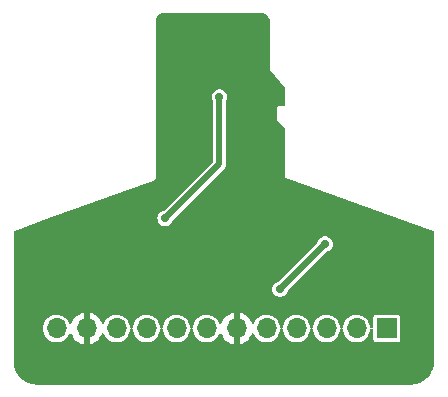
<source format=gbr>
%TF.GenerationSoftware,KiCad,Pcbnew,7.0.7*%
%TF.CreationDate,2023-10-03T14:25:23+02:00*%
%TF.ProjectId,emmc-adapter,656d6d63-2d61-4646-9170-7465722e6b69,rev?*%
%TF.SameCoordinates,Original*%
%TF.FileFunction,Copper,L1,Top*%
%TF.FilePolarity,Positive*%
%FSLAX46Y46*%
G04 Gerber Fmt 4.6, Leading zero omitted, Abs format (unit mm)*
G04 Created by KiCad (PCBNEW 7.0.7) date 2023-10-03 14:25:23*
%MOMM*%
%LPD*%
G01*
G04 APERTURE LIST*
%TA.AperFunction,ComponentPad*%
%ADD10R,1.700000X1.700000*%
%TD*%
%TA.AperFunction,ComponentPad*%
%ADD11O,1.700000X1.700000*%
%TD*%
%TA.AperFunction,ViaPad*%
%ADD12C,0.700000*%
%TD*%
%TA.AperFunction,Conductor*%
%ADD13C,0.500000*%
%TD*%
G04 APERTURE END LIST*
D10*
%TO.P,J2,1,Pin_1*%
%TO.N,/DAT2*%
X132975000Y-77750000D03*
D11*
%TO.P,J2,2,Pin_2*%
%TO.N,/DAT3*%
X130435000Y-77750000D03*
%TO.P,J2,3,Pin_3*%
%TO.N,/CMD*%
X127895000Y-77750000D03*
%TO.P,J2,4,Pin_4*%
%TO.N,Net-(J2-Pin_4)*%
X125355000Y-77750000D03*
%TO.P,J2,5,Pin_5*%
%TO.N,/CLK*%
X122815000Y-77750000D03*
%TO.P,J2,6,Pin_6*%
%TO.N,GND*%
X120275000Y-77750000D03*
%TO.P,J2,7,Pin_7*%
%TO.N,/DAT0*%
X117735000Y-77750000D03*
%TO.P,J2,8,Pin_8*%
%TO.N,/DAT1*%
X115195000Y-77750000D03*
%TO.P,J2,9,Pin_9*%
%TO.N,/!RST*%
X112655000Y-77750000D03*
%TO.P,J2,10,Pin_10*%
%TO.N,/VCCQ*%
X110115000Y-77750000D03*
%TO.P,J2,11,Pin_11*%
%TO.N,GND*%
X107575000Y-77750000D03*
%TO.P,J2,12,Pin_12*%
%TO.N,/VDDI*%
X105035000Y-77750000D03*
%TD*%
D12*
%TO.N,GND*%
X120280000Y-75300000D03*
%TO.N,/VCC*%
X118825000Y-58150000D03*
X123952000Y-74422000D03*
X114225000Y-68425000D03*
X127762000Y-70612000D03*
%TD*%
D13*
%TO.N,/VCC*%
X123952000Y-74422000D02*
X127762000Y-70612000D01*
X118825000Y-63825000D02*
X118825000Y-58150000D01*
X114225000Y-68425000D02*
X118825000Y-63825000D01*
%TD*%
%TA.AperFunction,Conductor*%
%TO.N,GND*%
G36*
X122412806Y-51003033D02*
G01*
X122435668Y-51007727D01*
X122539620Y-51030535D01*
X122559951Y-51036868D01*
X122610667Y-51057597D01*
X122685218Y-51091585D01*
X122701050Y-51100247D01*
X122751027Y-51132528D01*
X122754350Y-51134835D01*
X122818810Y-51182802D01*
X122824424Y-51187524D01*
X122871991Y-51232642D01*
X122875968Y-51236782D01*
X122928146Y-51296384D01*
X122931729Y-51300882D01*
X122970135Y-51353964D01*
X122974102Y-51360198D01*
X123013113Y-51430421D01*
X123014988Y-51434076D01*
X123040344Y-51487820D01*
X123046839Y-51504665D01*
X123070671Y-51583064D01*
X123084498Y-51636033D01*
X123088091Y-51657059D01*
X123097094Y-51765129D01*
X123099308Y-51796766D01*
X123099445Y-51802464D01*
X123098573Y-51841982D01*
X123099500Y-51851063D01*
X123099500Y-55897191D01*
X123099399Y-55900028D01*
X123099533Y-55900388D01*
X123101507Y-55902503D01*
X124369205Y-57365230D01*
X124398236Y-57428783D01*
X124399500Y-57446441D01*
X124399500Y-58775500D01*
X124379815Y-58842539D01*
X124327011Y-58888294D01*
X124275500Y-58899500D01*
X123990953Y-58899500D01*
X123955233Y-58889011D01*
X123914487Y-58897117D01*
X123890295Y-58899500D01*
X123862262Y-58899500D01*
X123851653Y-58896385D01*
X123841136Y-58903413D01*
X123810568Y-58918240D01*
X123807845Y-58919124D01*
X123807837Y-58919128D01*
X123756458Y-58956457D01*
X123756457Y-58956458D01*
X123719128Y-59007837D01*
X123719124Y-59007845D01*
X123718240Y-59010568D01*
X123703413Y-59041136D01*
X123696811Y-59051016D01*
X123699500Y-59062262D01*
X123699500Y-59090297D01*
X123697118Y-59114487D01*
X123689938Y-59150583D01*
X123695591Y-59160072D01*
X123699499Y-59190956D01*
X123699500Y-60097341D01*
X123699411Y-60100056D01*
X123699535Y-60100386D01*
X123701502Y-60102475D01*
X124368819Y-60865123D01*
X124398151Y-60928538D01*
X124399500Y-60946778D01*
X124399500Y-65003649D01*
X124398712Y-65008500D01*
X124399420Y-65022453D01*
X124399464Y-65024193D01*
X124399520Y-65024318D01*
X124399690Y-65024480D01*
X124401584Y-65025201D01*
X124416105Y-65031251D01*
X124421295Y-65032095D01*
X136917009Y-69471048D01*
X136973591Y-69512037D01*
X136999030Y-69577111D01*
X136999500Y-69587893D01*
X136999500Y-80645609D01*
X136998890Y-80654290D01*
X136987775Y-80732985D01*
X136961102Y-80914032D01*
X136959497Y-80921612D01*
X136927672Y-81036071D01*
X136885437Y-81178086D01*
X136883063Y-81184681D01*
X136833774Y-81300582D01*
X136774449Y-81429303D01*
X136771539Y-81434859D01*
X136705980Y-81545984D01*
X136630195Y-81663016D01*
X136626983Y-81667523D01*
X136547499Y-81769116D01*
X136545383Y-81771675D01*
X136455315Y-81874897D01*
X136452023Y-81878386D01*
X136359589Y-81969096D01*
X136356601Y-81971842D01*
X136253032Y-82060960D01*
X136249871Y-82063505D01*
X136146376Y-82141383D01*
X136142435Y-82144116D01*
X136026935Y-82217780D01*
X136024089Y-82219489D01*
X135911796Y-82282921D01*
X135906861Y-82285424D01*
X135779814Y-82342917D01*
X135660156Y-82391167D01*
X135654227Y-82393216D01*
X135518109Y-82432672D01*
X135396147Y-82464125D01*
X135389270Y-82465489D01*
X135242527Y-82486070D01*
X135173717Y-82494471D01*
X135132176Y-82499543D01*
X135124662Y-82500000D01*
X134903121Y-82500000D01*
X134902833Y-82499997D01*
X134859516Y-82499588D01*
X134858467Y-82499499D01*
X134852323Y-82499499D01*
X134847722Y-82499328D01*
X134822540Y-82497454D01*
X134820513Y-82498363D01*
X134803764Y-82499499D01*
X103254388Y-82499499D01*
X103245712Y-82498889D01*
X103181092Y-82489762D01*
X103166870Y-82487754D01*
X102985972Y-82461104D01*
X102978392Y-82459499D01*
X102863868Y-82427656D01*
X102721931Y-82385445D01*
X102715335Y-82383070D01*
X102599367Y-82333752D01*
X102470708Y-82274457D01*
X102465152Y-82271547D01*
X102353996Y-82205969D01*
X102236981Y-82130195D01*
X102232475Y-82126982D01*
X102130861Y-82047481D01*
X102128315Y-82045378D01*
X102025118Y-81955330D01*
X102021630Y-81952039D01*
X101930887Y-81859573D01*
X101928151Y-81856598D01*
X101839033Y-81753028D01*
X101836503Y-81749885D01*
X101758611Y-81646371D01*
X101755879Y-81642432D01*
X101682223Y-81526945D01*
X101680528Y-81524124D01*
X101617051Y-81411750D01*
X101614574Y-81406868D01*
X101557096Y-81279847D01*
X101545804Y-81251844D01*
X101508821Y-81160127D01*
X101506784Y-81154233D01*
X101467343Y-81018169D01*
X101435864Y-80896106D01*
X101434511Y-80889283D01*
X101413939Y-80742613D01*
X101399530Y-80624591D01*
X101399076Y-80616906D01*
X101399709Y-80433927D01*
X101400330Y-80367864D01*
X101400500Y-80366761D01*
X101400500Y-80352323D01*
X101400671Y-80347722D01*
X101402544Y-80322540D01*
X101401636Y-80320513D01*
X101400500Y-80303764D01*
X101400500Y-77750000D01*
X103879570Y-77750000D01*
X103899244Y-77962310D01*
X103957596Y-78167392D01*
X103957596Y-78167394D01*
X104052632Y-78358253D01*
X104181127Y-78528406D01*
X104181128Y-78528407D01*
X104338698Y-78672052D01*
X104519981Y-78784298D01*
X104718802Y-78861321D01*
X104928390Y-78900500D01*
X104928392Y-78900500D01*
X105141608Y-78900500D01*
X105141610Y-78900500D01*
X105351198Y-78861321D01*
X105550019Y-78784298D01*
X105731302Y-78672052D01*
X105888872Y-78528407D01*
X106017366Y-78358255D01*
X106084325Y-78223781D01*
X106131825Y-78172548D01*
X106199488Y-78155126D01*
X106265828Y-78177051D01*
X106307705Y-78226651D01*
X106401399Y-78427578D01*
X106536894Y-78621082D01*
X106703917Y-78788105D01*
X106897421Y-78923600D01*
X107111507Y-79023429D01*
X107111516Y-79023433D01*
X107325000Y-79080634D01*
X107325000Y-78362301D01*
X107344685Y-78295262D01*
X107397489Y-78249507D01*
X107466647Y-78239563D01*
X107539237Y-78250000D01*
X107539238Y-78250000D01*
X107610762Y-78250000D01*
X107610763Y-78250000D01*
X107683352Y-78239563D01*
X107752510Y-78249507D01*
X107805314Y-78295261D01*
X107824999Y-78362301D01*
X107824999Y-79080634D01*
X108038483Y-79023433D01*
X108038492Y-79023429D01*
X108252578Y-78923600D01*
X108446082Y-78788105D01*
X108613105Y-78621082D01*
X108748600Y-78427578D01*
X108842294Y-78226651D01*
X108888466Y-78174212D01*
X108955660Y-78155060D01*
X109022541Y-78175276D01*
X109065676Y-78223785D01*
X109132632Y-78358253D01*
X109261127Y-78528406D01*
X109261128Y-78528407D01*
X109418698Y-78672052D01*
X109599981Y-78784298D01*
X109798802Y-78861321D01*
X110008390Y-78900500D01*
X110008392Y-78900500D01*
X110221608Y-78900500D01*
X110221610Y-78900500D01*
X110431198Y-78861321D01*
X110630019Y-78784298D01*
X110811302Y-78672052D01*
X110968872Y-78528407D01*
X111097366Y-78358255D01*
X111097367Y-78358253D01*
X111192403Y-78167394D01*
X111192403Y-78167393D01*
X111192405Y-78167389D01*
X111250756Y-77962310D01*
X111261529Y-77846047D01*
X111287315Y-77781111D01*
X111329622Y-77750804D01*
X111438130Y-77750804D01*
X111474503Y-77771668D01*
X111506693Y-77833681D01*
X111508471Y-77846048D01*
X111519244Y-77962310D01*
X111577596Y-78167392D01*
X111577596Y-78167394D01*
X111672632Y-78358253D01*
X111801127Y-78528406D01*
X111801128Y-78528407D01*
X111958698Y-78672052D01*
X112139981Y-78784298D01*
X112338802Y-78861321D01*
X112548390Y-78900500D01*
X112548392Y-78900500D01*
X112761608Y-78900500D01*
X112761610Y-78900500D01*
X112971198Y-78861321D01*
X113170019Y-78784298D01*
X113351302Y-78672052D01*
X113508872Y-78528407D01*
X113637366Y-78358255D01*
X113637367Y-78358253D01*
X113732403Y-78167394D01*
X113732403Y-78167393D01*
X113732405Y-78167389D01*
X113790756Y-77962310D01*
X113801529Y-77846047D01*
X113827315Y-77781111D01*
X113869624Y-77750803D01*
X113978129Y-77750803D01*
X114014503Y-77771668D01*
X114046693Y-77833681D01*
X114048471Y-77846048D01*
X114059244Y-77962310D01*
X114117596Y-78167392D01*
X114117596Y-78167394D01*
X114212632Y-78358253D01*
X114341127Y-78528406D01*
X114341128Y-78528407D01*
X114498698Y-78672052D01*
X114679981Y-78784298D01*
X114878802Y-78861321D01*
X115088390Y-78900500D01*
X115088392Y-78900500D01*
X115301608Y-78900500D01*
X115301610Y-78900500D01*
X115511198Y-78861321D01*
X115710019Y-78784298D01*
X115891302Y-78672052D01*
X116048872Y-78528407D01*
X116177366Y-78358255D01*
X116177367Y-78358253D01*
X116272403Y-78167394D01*
X116272403Y-78167393D01*
X116272405Y-78167389D01*
X116330756Y-77962310D01*
X116341529Y-77846047D01*
X116367315Y-77781111D01*
X116409622Y-77750804D01*
X116518130Y-77750804D01*
X116554503Y-77771668D01*
X116586693Y-77833681D01*
X116588471Y-77846048D01*
X116599244Y-77962310D01*
X116657596Y-78167392D01*
X116657596Y-78167394D01*
X116752632Y-78358253D01*
X116881127Y-78528406D01*
X116881128Y-78528407D01*
X117038698Y-78672052D01*
X117219981Y-78784298D01*
X117418802Y-78861321D01*
X117628390Y-78900500D01*
X117628392Y-78900500D01*
X117841608Y-78900500D01*
X117841610Y-78900500D01*
X118051198Y-78861321D01*
X118250019Y-78784298D01*
X118431302Y-78672052D01*
X118588872Y-78528407D01*
X118717366Y-78358255D01*
X118784325Y-78223781D01*
X118831825Y-78172548D01*
X118899488Y-78155126D01*
X118965828Y-78177051D01*
X119007705Y-78226651D01*
X119101399Y-78427578D01*
X119236894Y-78621082D01*
X119403917Y-78788105D01*
X119597421Y-78923600D01*
X119811507Y-79023429D01*
X119811516Y-79023433D01*
X120024999Y-79080633D01*
X120024999Y-78362301D01*
X120044683Y-78295262D01*
X120097487Y-78249507D01*
X120166646Y-78239563D01*
X120173380Y-78240531D01*
X120239237Y-78250000D01*
X120239238Y-78250000D01*
X120310762Y-78250000D01*
X120310763Y-78250000D01*
X120383353Y-78239563D01*
X120452512Y-78249507D01*
X120505315Y-78295262D01*
X120525000Y-78362301D01*
X120525000Y-79080633D01*
X120738483Y-79023433D01*
X120738492Y-79023429D01*
X120952578Y-78923600D01*
X121146082Y-78788105D01*
X121313105Y-78621082D01*
X121448600Y-78427578D01*
X121542294Y-78226651D01*
X121588466Y-78174212D01*
X121655660Y-78155060D01*
X121722541Y-78175276D01*
X121765676Y-78223785D01*
X121832632Y-78358253D01*
X121961127Y-78528406D01*
X121961128Y-78528407D01*
X122118698Y-78672052D01*
X122299981Y-78784298D01*
X122498802Y-78861321D01*
X122708390Y-78900500D01*
X122708392Y-78900500D01*
X122921608Y-78900500D01*
X122921610Y-78900500D01*
X123131198Y-78861321D01*
X123330019Y-78784298D01*
X123511302Y-78672052D01*
X123668872Y-78528407D01*
X123797366Y-78358255D01*
X123797367Y-78358253D01*
X123892403Y-78167394D01*
X123892403Y-78167393D01*
X123892405Y-78167389D01*
X123950756Y-77962310D01*
X123961529Y-77846045D01*
X123987313Y-77781112D01*
X124029621Y-77750804D01*
X124138128Y-77750804D01*
X124174501Y-77771667D01*
X124206692Y-77833680D01*
X124208470Y-77846047D01*
X124219244Y-77962310D01*
X124277596Y-78167392D01*
X124277596Y-78167394D01*
X124372632Y-78358253D01*
X124501127Y-78528406D01*
X124501128Y-78528407D01*
X124658698Y-78672052D01*
X124839981Y-78784298D01*
X125038802Y-78861321D01*
X125248390Y-78900500D01*
X125248392Y-78900500D01*
X125461608Y-78900500D01*
X125461610Y-78900500D01*
X125671198Y-78861321D01*
X125870019Y-78784298D01*
X126051302Y-78672052D01*
X126208872Y-78528407D01*
X126337366Y-78358255D01*
X126337367Y-78358253D01*
X126432403Y-78167394D01*
X126432403Y-78167393D01*
X126432405Y-78167389D01*
X126490756Y-77962310D01*
X126501529Y-77846047D01*
X126527315Y-77781111D01*
X126569622Y-77750804D01*
X126678130Y-77750804D01*
X126714503Y-77771668D01*
X126746693Y-77833681D01*
X126748471Y-77846048D01*
X126759244Y-77962310D01*
X126817596Y-78167392D01*
X126817596Y-78167394D01*
X126912632Y-78358253D01*
X127041127Y-78528406D01*
X127041128Y-78528407D01*
X127198698Y-78672052D01*
X127379981Y-78784298D01*
X127578802Y-78861321D01*
X127788390Y-78900500D01*
X127788392Y-78900500D01*
X128001608Y-78900500D01*
X128001610Y-78900500D01*
X128211198Y-78861321D01*
X128410019Y-78784298D01*
X128591302Y-78672052D01*
X128748872Y-78528407D01*
X128877366Y-78358255D01*
X128877367Y-78358253D01*
X128972403Y-78167394D01*
X128972403Y-78167393D01*
X128972405Y-78167389D01*
X129030756Y-77962310D01*
X129041529Y-77846047D01*
X129067315Y-77781111D01*
X129109622Y-77750804D01*
X129218130Y-77750804D01*
X129254503Y-77771668D01*
X129286693Y-77833681D01*
X129288471Y-77846048D01*
X129299244Y-77962310D01*
X129357596Y-78167392D01*
X129357596Y-78167394D01*
X129452632Y-78358253D01*
X129581127Y-78528406D01*
X129581128Y-78528407D01*
X129738698Y-78672052D01*
X129919981Y-78784298D01*
X130118802Y-78861321D01*
X130328390Y-78900500D01*
X130328392Y-78900500D01*
X130541608Y-78900500D01*
X130541610Y-78900500D01*
X130751198Y-78861321D01*
X130950019Y-78784298D01*
X131131302Y-78672052D01*
X131288872Y-78528407D01*
X131417366Y-78358255D01*
X131417367Y-78358253D01*
X131512403Y-78167394D01*
X131512403Y-78167393D01*
X131512405Y-78167389D01*
X131570756Y-77962310D01*
X131577029Y-77894605D01*
X131602814Y-77829669D01*
X131659614Y-77788981D01*
X131729395Y-77785461D01*
X131790002Y-77820225D01*
X131822193Y-77882238D01*
X131824500Y-77906047D01*
X131824500Y-78644856D01*
X131824502Y-78644882D01*
X131827413Y-78669987D01*
X131827415Y-78669991D01*
X131872793Y-78772764D01*
X131872794Y-78772765D01*
X131952235Y-78852206D01*
X132055009Y-78897585D01*
X132080135Y-78900500D01*
X133869864Y-78900499D01*
X133869879Y-78900497D01*
X133869882Y-78900497D01*
X133894987Y-78897586D01*
X133894988Y-78897585D01*
X133894991Y-78897585D01*
X133997765Y-78852206D01*
X134077206Y-78772765D01*
X134122585Y-78669991D01*
X134125500Y-78644865D01*
X134125499Y-76855136D01*
X134125497Y-76855117D01*
X134122586Y-76830012D01*
X134122585Y-76830010D01*
X134122585Y-76830009D01*
X134077206Y-76727235D01*
X133997765Y-76647794D01*
X133977124Y-76638680D01*
X133894992Y-76602415D01*
X133869865Y-76599500D01*
X132080143Y-76599500D01*
X132080117Y-76599502D01*
X132055012Y-76602413D01*
X132055008Y-76602415D01*
X131952235Y-76647793D01*
X131872794Y-76727234D01*
X131827415Y-76830006D01*
X131827415Y-76830008D01*
X131824500Y-76855131D01*
X131824499Y-76855137D01*
X131824500Y-77593951D01*
X131804815Y-77660990D01*
X131752011Y-77706745D01*
X131682853Y-77716689D01*
X131619297Y-77687664D01*
X131581523Y-77628886D01*
X131577029Y-77605391D01*
X131570756Y-77537689D01*
X131556273Y-77486789D01*
X131512405Y-77332611D01*
X131512403Y-77332606D01*
X131512403Y-77332605D01*
X131417367Y-77141746D01*
X131288872Y-76971593D01*
X131131302Y-76827948D01*
X130950019Y-76715702D01*
X130950017Y-76715701D01*
X130850608Y-76677190D01*
X130751198Y-76638679D01*
X130541610Y-76599500D01*
X130328390Y-76599500D01*
X130118802Y-76638679D01*
X130118799Y-76638679D01*
X130118799Y-76638680D01*
X129919982Y-76715701D01*
X129919980Y-76715702D01*
X129738699Y-76827947D01*
X129581127Y-76971593D01*
X129452632Y-77141746D01*
X129357596Y-77332605D01*
X129357596Y-77332607D01*
X129299244Y-77537689D01*
X129288471Y-77653951D01*
X129262685Y-77718888D01*
X129218130Y-77750804D01*
X129109622Y-77750804D01*
X129111869Y-77749194D01*
X129075497Y-77728331D01*
X129043307Y-77666318D01*
X129041529Y-77653951D01*
X129035969Y-77593951D01*
X129030756Y-77537690D01*
X128972405Y-77332611D01*
X128972403Y-77332606D01*
X128972403Y-77332605D01*
X128877367Y-77141746D01*
X128748872Y-76971593D01*
X128591302Y-76827948D01*
X128410019Y-76715702D01*
X128410017Y-76715701D01*
X128310608Y-76677190D01*
X128211198Y-76638679D01*
X128001610Y-76599500D01*
X127788390Y-76599500D01*
X127578802Y-76638679D01*
X127578799Y-76638679D01*
X127578799Y-76638680D01*
X127379982Y-76715701D01*
X127379980Y-76715702D01*
X127198699Y-76827947D01*
X127041127Y-76971593D01*
X126912632Y-77141746D01*
X126817596Y-77332605D01*
X126817596Y-77332607D01*
X126759244Y-77537689D01*
X126748471Y-77653951D01*
X126722685Y-77718888D01*
X126678130Y-77750804D01*
X126569622Y-77750804D01*
X126571869Y-77749194D01*
X126535497Y-77728331D01*
X126503307Y-77666318D01*
X126501529Y-77653951D01*
X126495969Y-77593951D01*
X126490756Y-77537690D01*
X126432405Y-77332611D01*
X126432403Y-77332606D01*
X126432403Y-77332605D01*
X126337367Y-77141746D01*
X126208872Y-76971593D01*
X126051302Y-76827948D01*
X125870019Y-76715702D01*
X125870017Y-76715701D01*
X125770608Y-76677190D01*
X125671198Y-76638679D01*
X125461610Y-76599500D01*
X125248390Y-76599500D01*
X125038802Y-76638679D01*
X125038799Y-76638679D01*
X125038799Y-76638680D01*
X124839982Y-76715701D01*
X124839980Y-76715702D01*
X124658699Y-76827947D01*
X124501127Y-76971593D01*
X124372632Y-77141746D01*
X124277596Y-77332605D01*
X124277596Y-77332607D01*
X124219244Y-77537689D01*
X124208470Y-77653952D01*
X124182683Y-77718889D01*
X124138128Y-77750804D01*
X124029621Y-77750804D01*
X124031868Y-77749194D01*
X123995495Y-77728330D01*
X123963306Y-77666317D01*
X123961530Y-77653966D01*
X123950756Y-77537690D01*
X123892405Y-77332611D01*
X123892403Y-77332606D01*
X123892403Y-77332605D01*
X123797367Y-77141746D01*
X123668872Y-76971593D01*
X123511302Y-76827948D01*
X123330019Y-76715702D01*
X123330017Y-76715701D01*
X123230608Y-76677190D01*
X123131198Y-76638679D01*
X122921610Y-76599500D01*
X122708390Y-76599500D01*
X122498802Y-76638679D01*
X122498799Y-76638679D01*
X122498799Y-76638680D01*
X122299982Y-76715701D01*
X122299980Y-76715702D01*
X122118699Y-76827947D01*
X121961127Y-76971593D01*
X121832634Y-77141744D01*
X121765676Y-77276215D01*
X121718173Y-77327452D01*
X121650510Y-77344873D01*
X121584170Y-77322947D01*
X121542294Y-77273348D01*
X121448600Y-77072422D01*
X121448599Y-77072420D01*
X121313113Y-76878926D01*
X121313108Y-76878920D01*
X121146082Y-76711894D01*
X120952578Y-76576399D01*
X120738492Y-76476570D01*
X120738486Y-76476567D01*
X120525000Y-76419364D01*
X120525000Y-77137698D01*
X120505315Y-77204737D01*
X120452511Y-77250492D01*
X120383355Y-77260436D01*
X120310766Y-77250000D01*
X120310763Y-77250000D01*
X120239237Y-77250000D01*
X120239233Y-77250000D01*
X120166644Y-77260436D01*
X120097486Y-77250492D01*
X120044683Y-77204736D01*
X120024999Y-77137698D01*
X120024999Y-76419364D01*
X119811513Y-76476567D01*
X119811507Y-76476570D01*
X119597422Y-76576399D01*
X119597420Y-76576400D01*
X119403926Y-76711886D01*
X119403920Y-76711891D01*
X119236891Y-76878920D01*
X119236886Y-76878926D01*
X119101400Y-77072420D01*
X119101399Y-77072422D01*
X119007705Y-77273348D01*
X118961532Y-77325787D01*
X118894339Y-77344939D01*
X118827457Y-77324723D01*
X118784323Y-77276215D01*
X118717366Y-77141745D01*
X118588872Y-76971593D01*
X118431302Y-76827948D01*
X118250019Y-76715702D01*
X118250017Y-76715701D01*
X118150608Y-76677190D01*
X118051198Y-76638679D01*
X117841610Y-76599500D01*
X117628390Y-76599500D01*
X117418802Y-76638679D01*
X117418799Y-76638679D01*
X117418799Y-76638680D01*
X117219982Y-76715701D01*
X117219980Y-76715702D01*
X117038699Y-76827947D01*
X116881127Y-76971593D01*
X116752632Y-77141746D01*
X116657596Y-77332605D01*
X116657596Y-77332607D01*
X116599244Y-77537689D01*
X116588471Y-77653951D01*
X116562685Y-77718888D01*
X116518130Y-77750804D01*
X116409622Y-77750804D01*
X116411869Y-77749194D01*
X116375497Y-77728331D01*
X116343307Y-77666318D01*
X116341529Y-77653951D01*
X116335969Y-77593951D01*
X116330756Y-77537690D01*
X116272405Y-77332611D01*
X116272403Y-77332606D01*
X116272403Y-77332605D01*
X116177367Y-77141746D01*
X116048872Y-76971593D01*
X115891302Y-76827948D01*
X115710019Y-76715702D01*
X115710017Y-76715701D01*
X115610608Y-76677190D01*
X115511198Y-76638679D01*
X115301610Y-76599500D01*
X115088390Y-76599500D01*
X114878802Y-76638679D01*
X114878799Y-76638679D01*
X114878799Y-76638680D01*
X114679982Y-76715701D01*
X114679980Y-76715702D01*
X114498699Y-76827947D01*
X114341127Y-76971593D01*
X114212632Y-77141746D01*
X114117596Y-77332605D01*
X114117596Y-77332607D01*
X114059244Y-77537689D01*
X114048470Y-77653952D01*
X114022683Y-77718889D01*
X113978129Y-77750803D01*
X113869624Y-77750803D01*
X113871869Y-77749195D01*
X113835495Y-77728330D01*
X113803306Y-77666317D01*
X113801530Y-77653966D01*
X113790756Y-77537690D01*
X113732405Y-77332611D01*
X113732403Y-77332606D01*
X113732403Y-77332605D01*
X113637367Y-77141746D01*
X113508872Y-76971593D01*
X113351302Y-76827948D01*
X113170019Y-76715702D01*
X113170017Y-76715701D01*
X113070608Y-76677190D01*
X112971198Y-76638679D01*
X112761610Y-76599500D01*
X112548390Y-76599500D01*
X112338802Y-76638679D01*
X112338799Y-76638679D01*
X112338799Y-76638680D01*
X112139982Y-76715701D01*
X112139980Y-76715702D01*
X111958699Y-76827947D01*
X111801127Y-76971593D01*
X111672632Y-77141746D01*
X111577596Y-77332605D01*
X111577596Y-77332607D01*
X111519244Y-77537689D01*
X111508471Y-77653951D01*
X111482685Y-77718888D01*
X111438130Y-77750804D01*
X111329622Y-77750804D01*
X111331869Y-77749194D01*
X111295497Y-77728331D01*
X111263307Y-77666318D01*
X111261529Y-77653951D01*
X111255969Y-77593951D01*
X111250756Y-77537690D01*
X111192405Y-77332611D01*
X111192403Y-77332606D01*
X111192403Y-77332605D01*
X111097367Y-77141746D01*
X110968872Y-76971593D01*
X110811302Y-76827948D01*
X110630019Y-76715702D01*
X110630017Y-76715701D01*
X110530608Y-76677190D01*
X110431198Y-76638679D01*
X110221610Y-76599500D01*
X110008390Y-76599500D01*
X109798802Y-76638679D01*
X109798799Y-76638679D01*
X109798799Y-76638680D01*
X109599982Y-76715701D01*
X109599980Y-76715702D01*
X109418699Y-76827947D01*
X109261127Y-76971593D01*
X109132634Y-77141744D01*
X109065676Y-77276215D01*
X109018173Y-77327452D01*
X108950510Y-77344873D01*
X108884170Y-77322947D01*
X108842294Y-77273348D01*
X108748600Y-77072422D01*
X108748599Y-77072420D01*
X108613113Y-76878926D01*
X108613108Y-76878920D01*
X108446082Y-76711894D01*
X108252578Y-76576399D01*
X108038492Y-76476570D01*
X108038486Y-76476567D01*
X107825000Y-76419364D01*
X107824999Y-76419364D01*
X107824999Y-77137698D01*
X107805314Y-77204738D01*
X107752510Y-77250492D01*
X107683353Y-77260436D01*
X107610764Y-77250000D01*
X107610763Y-77250000D01*
X107539237Y-77250000D01*
X107539233Y-77250000D01*
X107466645Y-77260436D01*
X107397487Y-77250492D01*
X107344684Y-77204736D01*
X107325000Y-77137698D01*
X107325000Y-76419364D01*
X107324999Y-76419364D01*
X107111513Y-76476567D01*
X107111507Y-76476570D01*
X106897422Y-76576399D01*
X106897420Y-76576400D01*
X106703926Y-76711886D01*
X106703920Y-76711891D01*
X106536891Y-76878920D01*
X106536886Y-76878926D01*
X106401400Y-77072420D01*
X106401399Y-77072422D01*
X106307705Y-77273348D01*
X106261532Y-77325787D01*
X106194339Y-77344939D01*
X106127457Y-77324723D01*
X106084323Y-77276215D01*
X106017366Y-77141745D01*
X105888872Y-76971593D01*
X105731302Y-76827948D01*
X105550019Y-76715702D01*
X105550017Y-76715701D01*
X105450608Y-76677190D01*
X105351198Y-76638679D01*
X105141610Y-76599500D01*
X104928390Y-76599500D01*
X104718802Y-76638679D01*
X104718799Y-76638679D01*
X104718799Y-76638680D01*
X104519982Y-76715701D01*
X104519980Y-76715702D01*
X104338699Y-76827947D01*
X104181127Y-76971593D01*
X104052632Y-77141746D01*
X103957596Y-77332605D01*
X103957596Y-77332607D01*
X103899244Y-77537689D01*
X103879570Y-77749999D01*
X103879570Y-77750000D01*
X101400500Y-77750000D01*
X101400500Y-74422000D01*
X123296721Y-74422000D01*
X123315762Y-74578818D01*
X123371780Y-74726523D01*
X123461517Y-74856530D01*
X123579760Y-74961283D01*
X123579762Y-74961284D01*
X123719634Y-75034696D01*
X123873014Y-75072500D01*
X123873015Y-75072500D01*
X124030985Y-75072500D01*
X124184365Y-75034696D01*
X124184364Y-75034696D01*
X124324240Y-74961283D01*
X124442483Y-74856530D01*
X124532220Y-74726523D01*
X124587677Y-74580294D01*
X124615935Y-74536588D01*
X127881623Y-71270900D01*
X127939628Y-71238186D01*
X127970959Y-71230464D01*
X127994362Y-71224697D01*
X127994363Y-71224696D01*
X127994365Y-71224696D01*
X128134240Y-71151283D01*
X128252483Y-71046530D01*
X128342220Y-70916523D01*
X128398237Y-70768818D01*
X128417278Y-70612000D01*
X128398237Y-70455182D01*
X128342220Y-70307477D01*
X128252483Y-70177470D01*
X128134240Y-70072717D01*
X128134238Y-70072716D01*
X128134237Y-70072715D01*
X127994365Y-69999303D01*
X127840986Y-69961500D01*
X127840985Y-69961500D01*
X127683015Y-69961500D01*
X127683014Y-69961500D01*
X127529634Y-69999303D01*
X127389762Y-70072715D01*
X127271516Y-70177471D01*
X127181781Y-70307475D01*
X127181780Y-70307476D01*
X127126325Y-70453699D01*
X127098064Y-70497409D01*
X123832377Y-73763096D01*
X123774372Y-73795811D01*
X123719638Y-73809302D01*
X123719634Y-73809303D01*
X123579762Y-73882715D01*
X123461516Y-73987471D01*
X123371781Y-74117475D01*
X123371780Y-74117476D01*
X123315762Y-74265181D01*
X123296721Y-74421999D01*
X123296721Y-74422000D01*
X101400500Y-74422000D01*
X101400500Y-69587612D01*
X101420185Y-69520573D01*
X101472989Y-69474818D01*
X101482633Y-69470893D01*
X104398830Y-68425000D01*
X113569722Y-68425000D01*
X113588762Y-68581818D01*
X113644779Y-68729522D01*
X113644780Y-68729523D01*
X113734517Y-68859530D01*
X113852760Y-68964283D01*
X113852762Y-68964284D01*
X113992634Y-69037696D01*
X114146014Y-69075500D01*
X114146015Y-69075500D01*
X114303985Y-69075500D01*
X114457365Y-69037696D01*
X114457364Y-69037696D01*
X114597240Y-68964283D01*
X114715483Y-68859530D01*
X114805220Y-68729523D01*
X114860677Y-68583294D01*
X114888935Y-68539588D01*
X119207603Y-64220920D01*
X119256044Y-64175680D01*
X119279041Y-64137861D01*
X119282613Y-64132611D01*
X119309361Y-64097342D01*
X119315945Y-64080643D01*
X119325344Y-64061719D01*
X119334672Y-64046382D01*
X119346611Y-64003765D01*
X119348631Y-63997755D01*
X119364876Y-63956565D01*
X119366710Y-63938715D01*
X119370659Y-63917941D01*
X119375500Y-63900666D01*
X119375500Y-63856398D01*
X119375825Y-63850054D01*
X119380351Y-63806029D01*
X119377303Y-63788348D01*
X119375500Y-63767281D01*
X119375500Y-58536219D01*
X119395185Y-58469180D01*
X119397434Y-58465802D01*
X119405220Y-58454523D01*
X119461237Y-58306818D01*
X119480278Y-58150000D01*
X119461237Y-57993182D01*
X119405220Y-57845477D01*
X119315483Y-57715470D01*
X119197240Y-57610717D01*
X119197238Y-57610716D01*
X119197237Y-57610715D01*
X119057365Y-57537303D01*
X118903986Y-57499500D01*
X118903985Y-57499500D01*
X118746015Y-57499500D01*
X118746014Y-57499500D01*
X118592634Y-57537303D01*
X118452762Y-57610715D01*
X118334516Y-57715471D01*
X118244781Y-57845475D01*
X118244780Y-57845476D01*
X118188762Y-57993181D01*
X118169721Y-58149999D01*
X118169721Y-58150000D01*
X118188762Y-58306818D01*
X118244780Y-58454523D01*
X118252550Y-58465780D01*
X118274432Y-58532135D01*
X118274499Y-58536219D01*
X118274500Y-63545612D01*
X118254815Y-63612651D01*
X118238181Y-63633293D01*
X114105377Y-67766096D01*
X114047372Y-67798811D01*
X113992638Y-67812302D01*
X113992634Y-67812303D01*
X113852762Y-67885715D01*
X113734516Y-67990471D01*
X113644781Y-68120475D01*
X113644780Y-68120476D01*
X113588762Y-68268181D01*
X113569722Y-68424999D01*
X113569722Y-68425000D01*
X104398830Y-68425000D01*
X113230124Y-65257659D01*
X113235049Y-65256784D01*
X113248164Y-65251308D01*
X113249982Y-65250626D01*
X113250232Y-65250457D01*
X113251087Y-65249924D01*
X113253074Y-65247914D01*
X113263657Y-65238427D01*
X113266697Y-65234009D01*
X113393744Y-65106962D01*
X113400379Y-65100384D01*
X113400383Y-65100383D01*
X113400385Y-65100379D01*
X113400425Y-65100283D01*
X113409993Y-65077253D01*
X113411689Y-65077957D01*
X113420308Y-65048776D01*
X113473184Y-65003104D01*
X113480478Y-65000149D01*
X113480583Y-65000000D01*
X113480584Y-65000000D01*
X113480584Y-51489378D01*
X113494561Y-51432186D01*
X113501560Y-51418725D01*
X113503676Y-51414985D01*
X113549883Y-51339676D01*
X113554418Y-51333243D01*
X113598720Y-51278221D01*
X113602778Y-51273664D01*
X113663837Y-51211584D01*
X113668316Y-51207461D01*
X113722599Y-51162249D01*
X113728953Y-51157609D01*
X113803457Y-51110178D01*
X113807220Y-51107965D01*
X113863491Y-51077511D01*
X113881103Y-51069686D01*
X113966395Y-51039500D01*
X114022334Y-51022341D01*
X114044639Y-51017691D01*
X114165064Y-51003977D01*
X114196939Y-51000804D01*
X114203077Y-51000500D01*
X122387870Y-51000500D01*
X122412806Y-51003033D01*
G37*
%TD.AperFunction*%
%TD*%
M02*

</source>
